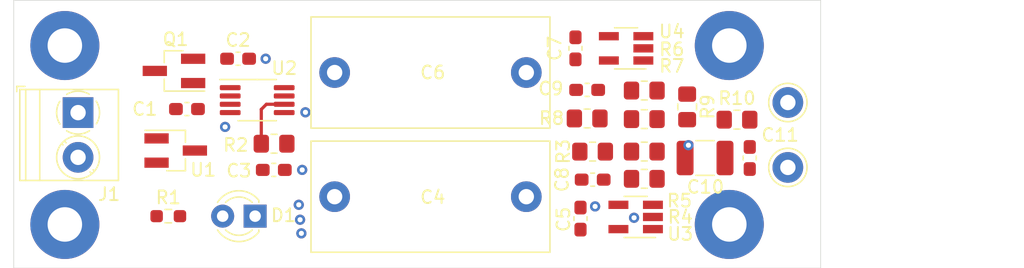
<source format=kicad_pcb>
(kicad_pcb (version 20171130) (host pcbnew "(5.1.10)-1")

  (general
    (thickness 1.6)
    (drawings 5)
    (tracks 13)
    (zones 0)
    (modules 34)
    (nets 16)
  )

  (page A4)
  (layers
    (0 F.Cu signal)
    (31 B.Cu signal)
    (32 B.Adhes user)
    (33 F.Adhes user)
    (34 B.Paste user)
    (35 F.Paste user)
    (36 B.SilkS user)
    (37 F.SilkS user)
    (38 B.Mask user)
    (39 F.Mask user)
    (40 Dwgs.User user)
    (41 Cmts.User user)
    (42 Eco1.User user)
    (43 Eco2.User user)
    (44 Edge.Cuts user)
    (45 Margin user)
    (46 B.CrtYd user)
    (47 F.CrtYd user)
    (48 B.Fab user)
    (49 F.Fab user hide)
  )

  (setup
    (last_trace_width 0.6)
    (user_trace_width 0.6)
    (trace_clearance 0.2)
    (zone_clearance 0.508)
    (zone_45_only no)
    (trace_min 0.2)
    (via_size 0.8)
    (via_drill 0.4)
    (via_min_size 0.4)
    (via_min_drill 0.3)
    (uvia_size 0.3)
    (uvia_drill 0.1)
    (uvias_allowed no)
    (uvia_min_size 0.2)
    (uvia_min_drill 0.1)
    (edge_width 0.05)
    (segment_width 0.2)
    (pcb_text_width 0.3)
    (pcb_text_size 1.5 1.5)
    (mod_edge_width 0.12)
    (mod_text_size 1 1)
    (mod_text_width 0.15)
    (pad_size 1.524 1.524)
    (pad_drill 0.762)
    (pad_to_mask_clearance 0)
    (aux_axis_origin 0 0)
    (visible_elements 7FFFFFFF)
    (pcbplotparams
      (layerselection 0x010fc_ffffffff)
      (usegerberextensions false)
      (usegerberattributes true)
      (usegerberadvancedattributes true)
      (creategerberjobfile true)
      (excludeedgelayer true)
      (linewidth 0.100000)
      (plotframeref false)
      (viasonmask false)
      (mode 1)
      (useauxorigin false)
      (hpglpennumber 1)
      (hpglpenspeed 20)
      (hpglpendiameter 15.000000)
      (psnegative false)
      (psa4output false)
      (plotreference true)
      (plotvalue true)
      (plotinvisibletext false)
      (padsonsilk false)
      (subtractmaskfromsilk false)
      (outputformat 1)
      (mirror false)
      (drillshape 1)
      (scaleselection 1)
      (outputdirectory ""))
  )

  (net 0 "")
  (net 1 GND)
  (net 2 VCC)
  (net 3 "Net-(C3-Pad1)")
  (net 4 "Net-(C4-Pad1)")
  (net 5 "Net-(C8-Pad2)")
  (net 6 "Net-(C8-Pad1)")
  (net 7 "Net-(C9-Pad2)")
  (net 8 "Net-(C9-Pad1)")
  (net 9 "Net-(C10-Pad1)")
  (net 10 "Net-(C11-Pad1)")
  (net 11 "Net-(D1-Pad2)")
  (net 12 "Net-(J1-Pad1)")
  (net 13 "Net-(R1-Pad2)")
  (net 14 "Net-(R4-Pad1)")
  (net 15 "Net-(R6-Pad1)")

  (net_class Default "This is the default net class."
    (clearance 0.2)
    (trace_width 0.25)
    (via_dia 0.8)
    (via_drill 0.4)
    (uvia_dia 0.3)
    (uvia_drill 0.1)
    (add_net GND)
    (add_net "Net-(C10-Pad1)")
    (add_net "Net-(C11-Pad1)")
    (add_net "Net-(C3-Pad1)")
    (add_net "Net-(C4-Pad1)")
    (add_net "Net-(C8-Pad1)")
    (add_net "Net-(C8-Pad2)")
    (add_net "Net-(C9-Pad1)")
    (add_net "Net-(C9-Pad2)")
    (add_net "Net-(D1-Pad2)")
    (add_net "Net-(J1-Pad1)")
    (add_net "Net-(R1-Pad2)")
    (add_net "Net-(R4-Pad1)")
    (add_net "Net-(R6-Pad1)")
    (add_net VCC)
  )

  (module Capacitor_SMD:C_1210_3225Metric_Pad1.33x2.70mm_HandSolder (layer F.Cu) (tedit 5F68FEEF) (tstamp 61008743)
    (at 175.1 136.8 180)
    (descr "Capacitor SMD 1210 (3225 Metric), square (rectangular) end terminal, IPC_7351 nominal with elongated pad for handsoldering. (Body size source: IPC-SM-782 page 76, https://www.pcb-3d.com/wordpress/wp-content/uploads/ipc-sm-782a_amendment_1_and_2.pdf), generated with kicad-footprint-generator")
    (tags "capacitor handsolder")
    (path /61014750)
    (attr smd)
    (fp_text reference C10 (at -0.033 -2.265) (layer F.SilkS)
      (effects (font (size 1 1) (thickness 0.15)))
    )
    (fp_text value 47u (at 0 2.3) (layer F.Fab)
      (effects (font (size 1 1) (thickness 0.15)))
    )
    (fp_line (start -1.6 1.25) (end -1.6 -1.25) (layer F.Fab) (width 0.1))
    (fp_line (start -1.6 -1.25) (end 1.6 -1.25) (layer F.Fab) (width 0.1))
    (fp_line (start 1.6 -1.25) (end 1.6 1.25) (layer F.Fab) (width 0.1))
    (fp_line (start 1.6 1.25) (end -1.6 1.25) (layer F.Fab) (width 0.1))
    (fp_line (start -0.711252 -1.36) (end 0.711252 -1.36) (layer F.SilkS) (width 0.12))
    (fp_line (start -0.711252 1.36) (end 0.711252 1.36) (layer F.SilkS) (width 0.12))
    (fp_line (start -2.48 1.6) (end -2.48 -1.6) (layer F.CrtYd) (width 0.05))
    (fp_line (start -2.48 -1.6) (end 2.48 -1.6) (layer F.CrtYd) (width 0.05))
    (fp_line (start 2.48 -1.6) (end 2.48 1.6) (layer F.CrtYd) (width 0.05))
    (fp_line (start 2.48 1.6) (end -2.48 1.6) (layer F.CrtYd) (width 0.05))
    (fp_text user %R (at 0 0) (layer F.Fab)
      (effects (font (size 0.8 0.8) (thickness 0.12)))
    )
    (pad 2 smd roundrect (at 1.5625 0 180) (size 1.325 2.7) (layers F.Cu F.Paste F.Mask) (roundrect_rratio 0.188679)
      (net 1 GND))
    (pad 1 smd roundrect (at -1.5625 0 180) (size 1.325 2.7) (layers F.Cu F.Paste F.Mask) (roundrect_rratio 0.188679)
      (net 9 "Net-(C10-Pad1)"))
    (model ${KISYS3DMOD}/Capacitor_SMD.3dshapes/C_1210_3225Metric.wrl
      (at (xyz 0 0 0))
      (scale (xyz 1 1 1))
      (rotate (xyz 0 0 0))
    )
  )

  (module MountingHole:MountingHole_2.7mm_M2.5_Pad (layer F.Cu) (tedit 56D1B4CB) (tstamp 61008725)
    (at 177 142)
    (descr "Mounting Hole 2.7mm, M2.5")
    (tags "mounting hole 2.7mm m2.5")
    (path /61178487)
    (attr virtual)
    (fp_text reference H4 (at 0 -3.7) (layer F.SilkS) hide
      (effects (font (size 1 1) (thickness 0.15)))
    )
    (fp_text value MountingHole (at 0 3.7) (layer F.Fab) hide
      (effects (font (size 1 1) (thickness 0.15)))
    )
    (fp_circle (center 0 0) (end 2.7 0) (layer Cmts.User) (width 0.15))
    (fp_circle (center 0 0) (end 2.95 0) (layer F.CrtYd) (width 0.05))
    (fp_text user %R (at 0.3 0) (layer F.Fab) hide
      (effects (font (size 1 1) (thickness 0.15)))
    )
    (pad 1 thru_hole circle (at 0 0) (size 5.4 5.4) (drill 2.7) (layers *.Cu *.Mask))
  )

  (module MountingHole:MountingHole_2.7mm_M2.5_Pad (layer F.Cu) (tedit 56D1B4CB) (tstamp 6100825D)
    (at 177 128)
    (descr "Mounting Hole 2.7mm, M2.5")
    (tags "mounting hole 2.7mm m2.5")
    (path /6117829B)
    (attr virtual)
    (fp_text reference H3 (at 0 -3.7) (layer F.SilkS) hide
      (effects (font (size 1 1) (thickness 0.15)))
    )
    (fp_text value MountingHole (at 0 3.7) (layer F.Fab) hide
      (effects (font (size 1 1) (thickness 0.15)))
    )
    (fp_circle (center 0 0) (end 2.7 0) (layer Cmts.User) (width 0.15))
    (fp_circle (center 0 0) (end 2.95 0) (layer F.CrtYd) (width 0.05))
    (fp_text user %R (at 0.3 0) (layer F.Fab) hide
      (effects (font (size 1 1) (thickness 0.15)))
    )
    (pad 1 thru_hole circle (at 0 0) (size 5.4 5.4) (drill 2.7) (layers *.Cu *.Mask))
  )

  (module MountingHole:MountingHole_2.7mm_M2.5_Pad (layer F.Cu) (tedit 56D1B4CB) (tstamp 61008248)
    (at 125 142)
    (descr "Mounting Hole 2.7mm, M2.5")
    (tags "mounting hole 2.7mm m2.5")
    (path /611780CC)
    (attr virtual)
    (fp_text reference H2 (at 0 -3.7) (layer F.SilkS) hide
      (effects (font (size 1 1) (thickness 0.15)))
    )
    (fp_text value MountingHole (at 0 3.7) (layer F.Fab) hide
      (effects (font (size 1 1) (thickness 0.15)))
    )
    (fp_circle (center 0 0) (end 2.7 0) (layer Cmts.User) (width 0.15))
    (fp_circle (center 0 0) (end 2.95 0) (layer F.CrtYd) (width 0.05))
    (fp_text user %R (at 0.3 0) (layer F.Fab) hide
      (effects (font (size 1 1) (thickness 0.15)))
    )
    (pad 1 thru_hole circle (at 0 0) (size 5.4 5.4) (drill 2.7) (layers *.Cu *.Mask))
  )

  (module MountingHole:MountingHole_2.7mm_M2.5_Pad (layer F.Cu) (tedit 56D1B4CB) (tstamp 61008233)
    (at 125 128)
    (descr "Mounting Hole 2.7mm, M2.5")
    (tags "mounting hole 2.7mm m2.5")
    (path /611771E5)
    (attr virtual)
    (fp_text reference H1 (at 0 -3.7) (layer F.SilkS) hide
      (effects (font (size 1 1) (thickness 0.15)))
    )
    (fp_text value MountingHole (at 0 3.7) (layer F.Fab) hide
      (effects (font (size 1 1) (thickness 0.15)))
    )
    (fp_circle (center 0 0) (end 2.7 0) (layer Cmts.User) (width 0.15))
    (fp_circle (center 0 0) (end 2.95 0) (layer F.CrtYd) (width 0.05))
    (fp_text user %R (at 0.3 0) (layer F.Fab) hide
      (effects (font (size 1 1) (thickness 0.15)))
    )
    (pad 1 thru_hole circle (at 0 0) (size 5.4 5.4) (drill 2.7) (layers *.Cu *.Mask))
  )

  (module Package_TO_SOT_SMD:SOT-23_Handsoldering (layer F.Cu) (tedit 5A0AB76C) (tstamp 61008F47)
    (at 133.5405 129.9845 180)
    (descr "SOT-23, Handsoldering")
    (tags SOT-23)
    (path /6104600C)
    (attr smd)
    (fp_text reference Q1 (at -0.1284 2.474) (layer F.SilkS)
      (effects (font (size 1 1) (thickness 0.15)))
    )
    (fp_text value IRLML6401 (at -1.0668 -2.7432) (layer F.Fab)
      (effects (font (size 1 1) (thickness 0.15)))
    )
    (fp_line (start 0.76 1.58) (end 0.76 0.65) (layer F.SilkS) (width 0.12))
    (fp_line (start 0.76 -1.58) (end 0.76 -0.65) (layer F.SilkS) (width 0.12))
    (fp_line (start -2.7 -1.75) (end 2.7 -1.75) (layer F.CrtYd) (width 0.05))
    (fp_line (start 2.7 -1.75) (end 2.7 1.75) (layer F.CrtYd) (width 0.05))
    (fp_line (start 2.7 1.75) (end -2.7 1.75) (layer F.CrtYd) (width 0.05))
    (fp_line (start -2.7 1.75) (end -2.7 -1.75) (layer F.CrtYd) (width 0.05))
    (fp_line (start 0.76 -1.58) (end -2.4 -1.58) (layer F.SilkS) (width 0.12))
    (fp_line (start -0.7 -0.95) (end -0.7 1.5) (layer F.Fab) (width 0.1))
    (fp_line (start -0.15 -1.52) (end 0.7 -1.52) (layer F.Fab) (width 0.1))
    (fp_line (start -0.7 -0.95) (end -0.15 -1.52) (layer F.Fab) (width 0.1))
    (fp_line (start 0.7 -1.52) (end 0.7 1.52) (layer F.Fab) (width 0.1))
    (fp_line (start -0.7 1.52) (end 0.7 1.52) (layer F.Fab) (width 0.1))
    (fp_line (start 0.76 1.58) (end -0.7 1.58) (layer F.SilkS) (width 0.12))
    (fp_text user %R (at 0 0 90) (layer F.Fab)
      (effects (font (size 0.5 0.5) (thickness 0.075)))
    )
    (pad 3 smd rect (at 1.5 0 180) (size 1.9 0.8) (layers F.Cu F.Paste F.Mask)
      (net 12 "Net-(J1-Pad1)"))
    (pad 2 smd rect (at -1.5 0.95 180) (size 1.9 0.8) (layers F.Cu F.Paste F.Mask)
      (net 2 VCC))
    (pad 1 smd rect (at -1.5 -0.95 180) (size 1.9 0.8) (layers F.Cu F.Paste F.Mask)
      (net 1 GND))
    (model ${KISYS3DMOD}/Package_TO_SOT_SMD.3dshapes/SOT-23.wrl
      (at (xyz 0 0 0))
      (scale (xyz 1 1 1))
      (rotate (xyz 0 0 0))
    )
  )

  (module Package_TO_SOT_SMD:SOT-23-5_HandSoldering (layer F.Cu) (tedit 5A0AB76C) (tstamp 610081C8)
    (at 168.9228 128.2192 180)
    (descr "5-pin SOT23 package")
    (tags "SOT-23-5 hand-soldering")
    (path /60FEDC03)
    (attr smd)
    (fp_text reference U4 (at -3.5772 1.3192) (layer F.SilkS)
      (effects (font (size 1 1) (thickness 0.15)))
    )
    (fp_text value OPA365 (at 0 2.9) (layer F.Fab)
      (effects (font (size 1 1) (thickness 0.15)))
    )
    (fp_line (start -0.9 1.61) (end 0.9 1.61) (layer F.SilkS) (width 0.12))
    (fp_line (start 0.9 -1.61) (end -1.55 -1.61) (layer F.SilkS) (width 0.12))
    (fp_line (start -0.9 -0.9) (end -0.25 -1.55) (layer F.Fab) (width 0.1))
    (fp_line (start 0.9 -1.55) (end -0.25 -1.55) (layer F.Fab) (width 0.1))
    (fp_line (start -0.9 -0.9) (end -0.9 1.55) (layer F.Fab) (width 0.1))
    (fp_line (start 0.9 1.55) (end -0.9 1.55) (layer F.Fab) (width 0.1))
    (fp_line (start 0.9 -1.55) (end 0.9 1.55) (layer F.Fab) (width 0.1))
    (fp_line (start -2.38 -1.8) (end 2.38 -1.8) (layer F.CrtYd) (width 0.05))
    (fp_line (start -2.38 -1.8) (end -2.38 1.8) (layer F.CrtYd) (width 0.05))
    (fp_line (start 2.38 1.8) (end 2.38 -1.8) (layer F.CrtYd) (width 0.05))
    (fp_line (start 2.38 1.8) (end -2.38 1.8) (layer F.CrtYd) (width 0.05))
    (fp_text user %R (at 0 0 90) (layer F.Fab)
      (effects (font (size 0.5 0.5) (thickness 0.075)))
    )
    (pad 5 smd rect (at 1.35 -0.95 180) (size 1.56 0.65) (layers F.Cu F.Paste F.Mask)
      (net 2 VCC))
    (pad 4 smd rect (at 1.35 0.95 180) (size 1.56 0.65) (layers F.Cu F.Paste F.Mask)
      (net 15 "Net-(R6-Pad1)"))
    (pad 3 smd rect (at -1.35 0.95 180) (size 1.56 0.65) (layers F.Cu F.Paste F.Mask)
      (net 14 "Net-(R4-Pad1)"))
    (pad 2 smd rect (at -1.35 0 180) (size 1.56 0.65) (layers F.Cu F.Paste F.Mask)
      (net 1 GND))
    (pad 1 smd rect (at -1.35 -0.95 180) (size 1.56 0.65) (layers F.Cu F.Paste F.Mask)
      (net 7 "Net-(C9-Pad2)"))
    (model ${KISYS3DMOD}/Package_TO_SOT_SMD.3dshapes/SOT-23-5.wrl
      (at (xyz 0 0 0))
      (scale (xyz 1 1 1))
      (rotate (xyz 0 0 0))
    )
  )

  (module Package_TO_SOT_SMD:SOT-23-5_HandSoldering (layer F.Cu) (tedit 5A0AB76C) (tstamp 6100AAD5)
    (at 169.672 141.4145 180)
    (descr "5-pin SOT23 package")
    (tags "SOT-23-5 hand-soldering")
    (path /60FED1EC)
    (attr smd)
    (fp_text reference U3 (at -3.4925 -1.3335) (layer F.SilkS)
      (effects (font (size 1 1) (thickness 0.15)))
    )
    (fp_text value LTC2054 (at 0 2.9) (layer F.Fab)
      (effects (font (size 1 1) (thickness 0.15)))
    )
    (fp_line (start -0.9 1.61) (end 0.9 1.61) (layer F.SilkS) (width 0.12))
    (fp_line (start 0.9 -1.61) (end -1.55 -1.61) (layer F.SilkS) (width 0.12))
    (fp_line (start -0.9 -0.9) (end -0.25 -1.55) (layer F.Fab) (width 0.1))
    (fp_line (start 0.9 -1.55) (end -0.25 -1.55) (layer F.Fab) (width 0.1))
    (fp_line (start -0.9 -0.9) (end -0.9 1.55) (layer F.Fab) (width 0.1))
    (fp_line (start 0.9 1.55) (end -0.9 1.55) (layer F.Fab) (width 0.1))
    (fp_line (start 0.9 -1.55) (end 0.9 1.55) (layer F.Fab) (width 0.1))
    (fp_line (start -2.38 -1.8) (end 2.38 -1.8) (layer F.CrtYd) (width 0.05))
    (fp_line (start -2.38 -1.8) (end -2.38 1.8) (layer F.CrtYd) (width 0.05))
    (fp_line (start 2.38 1.8) (end 2.38 -1.8) (layer F.CrtYd) (width 0.05))
    (fp_line (start 2.38 1.8) (end -2.38 1.8) (layer F.CrtYd) (width 0.05))
    (fp_text user %R (at 0 0 90) (layer F.Fab)
      (effects (font (size 0.5 0.5) (thickness 0.075)))
    )
    (pad 5 smd rect (at 1.35 -0.95 180) (size 1.56 0.65) (layers F.Cu F.Paste F.Mask)
      (net 2 VCC))
    (pad 4 smd rect (at 1.35 0.95 180) (size 1.56 0.65) (layers F.Cu F.Paste F.Mask)
      (net 6 "Net-(C8-Pad1)"))
    (pad 3 smd rect (at -1.35 0.95 180) (size 1.56 0.65) (layers F.Cu F.Paste F.Mask)
      (net 4 "Net-(C4-Pad1)"))
    (pad 2 smd rect (at -1.35 0 180) (size 1.56 0.65) (layers F.Cu F.Paste F.Mask)
      (net 1 GND))
    (pad 1 smd rect (at -1.35 -0.95 180) (size 1.56 0.65) (layers F.Cu F.Paste F.Mask)
      (net 5 "Net-(C8-Pad2)"))
    (model ${KISYS3DMOD}/Package_TO_SOT_SMD.3dshapes/SOT-23-5.wrl
      (at (xyz 0 0 0))
      (scale (xyz 1 1 1))
      (rotate (xyz 0 0 0))
    )
  )

  (module Package_SO:MSOP-8_3x3mm_P0.65mm (layer F.Cu) (tedit 5E509FDD) (tstamp 61009F34)
    (at 140.0525 132.2705)
    (descr "MSOP, 8 Pin (https://www.jedec.org/system/files/docs/mo-187F.pdf variant AA), generated with kicad-footprint-generator ipc_gullwing_generator.py")
    (tags "MSOP SO")
    (path /61122B4E)
    (attr smd)
    (fp_text reference U2 (at 2.124 -2.4979) (layer F.SilkS)
      (effects (font (size 1 1) (thickness 0.15)))
    )
    (fp_text value LTC6655CHMS8-2.048 (at 0 2.45) (layer F.Fab)
      (effects (font (size 1 1) (thickness 0.15)))
    )
    (fp_line (start 0 1.61) (end 1.5 1.61) (layer F.SilkS) (width 0.12))
    (fp_line (start 0 1.61) (end -1.5 1.61) (layer F.SilkS) (width 0.12))
    (fp_line (start 0 -1.61) (end 1.5 -1.61) (layer F.SilkS) (width 0.12))
    (fp_line (start 0 -1.61) (end -2.925 -1.61) (layer F.SilkS) (width 0.12))
    (fp_line (start -0.75 -1.5) (end 1.5 -1.5) (layer F.Fab) (width 0.1))
    (fp_line (start 1.5 -1.5) (end 1.5 1.5) (layer F.Fab) (width 0.1))
    (fp_line (start 1.5 1.5) (end -1.5 1.5) (layer F.Fab) (width 0.1))
    (fp_line (start -1.5 1.5) (end -1.5 -0.75) (layer F.Fab) (width 0.1))
    (fp_line (start -1.5 -0.75) (end -0.75 -1.5) (layer F.Fab) (width 0.1))
    (fp_line (start -3.18 -1.75) (end -3.18 1.75) (layer F.CrtYd) (width 0.05))
    (fp_line (start -3.18 1.75) (end 3.18 1.75) (layer F.CrtYd) (width 0.05))
    (fp_line (start 3.18 1.75) (end 3.18 -1.75) (layer F.CrtYd) (width 0.05))
    (fp_line (start 3.18 -1.75) (end -3.18 -1.75) (layer F.CrtYd) (width 0.05))
    (fp_text user %R (at 0 0) (layer F.Fab)
      (effects (font (size 0.75 0.75) (thickness 0.11)))
    )
    (pad 8 smd roundrect (at 2.1125 -0.975) (size 1.625 0.4) (layers F.Cu F.Paste F.Mask) (roundrect_rratio 0.25)
      (net 1 GND))
    (pad 7 smd roundrect (at 2.1125 -0.325) (size 1.625 0.4) (layers F.Cu F.Paste F.Mask) (roundrect_rratio 0.25)
      (net 3 "Net-(C3-Pad1)"))
    (pad 6 smd roundrect (at 2.1125 0.325) (size 1.625 0.4) (layers F.Cu F.Paste F.Mask) (roundrect_rratio 0.25)
      (net 3 "Net-(C3-Pad1)"))
    (pad 5 smd roundrect (at 2.1125 0.975) (size 1.625 0.4) (layers F.Cu F.Paste F.Mask) (roundrect_rratio 0.25)
      (net 1 GND))
    (pad 4 smd roundrect (at -2.1125 0.975) (size 1.625 0.4) (layers F.Cu F.Paste F.Mask) (roundrect_rratio 0.25)
      (net 1 GND))
    (pad 3 smd roundrect (at -2.1125 0.325) (size 1.625 0.4) (layers F.Cu F.Paste F.Mask) (roundrect_rratio 0.25)
      (net 1 GND))
    (pad 2 smd roundrect (at -2.1125 -0.325) (size 1.625 0.4) (layers F.Cu F.Paste F.Mask) (roundrect_rratio 0.25)
      (net 2 VCC))
    (pad 1 smd roundrect (at -2.1125 -0.975) (size 1.625 0.4) (layers F.Cu F.Paste F.Mask) (roundrect_rratio 0.25)
      (net 2 VCC))
    (model ${KISYS3DMOD}/Package_SO.3dshapes/MSOP-8_3x3mm_P0.65mm.wrl
      (at (xyz 0 0 0))
      (scale (xyz 1 1 1))
      (rotate (xyz 0 0 0))
    )
  )

  (module Package_TO_SOT_SMD:SOT-23_Handsoldering (layer F.Cu) (tedit 5A0AB76C) (tstamp 61008105)
    (at 133.6771 136.2162)
    (descr "SOT-23, Handsoldering")
    (tags SOT-23)
    (path /60FFA942)
    (attr smd)
    (fp_text reference U1 (at 2.1494 1.5153) (layer F.SilkS)
      (effects (font (size 1 1) (thickness 0.15)))
    )
    (fp_text value TPS3809K33 (at 0 2.5) (layer F.Fab)
      (effects (font (size 1 1) (thickness 0.15)))
    )
    (fp_line (start 0.76 1.58) (end 0.76 0.65) (layer F.SilkS) (width 0.12))
    (fp_line (start 0.76 -1.58) (end 0.76 -0.65) (layer F.SilkS) (width 0.12))
    (fp_line (start -2.7 -1.75) (end 2.7 -1.75) (layer F.CrtYd) (width 0.05))
    (fp_line (start 2.7 -1.75) (end 2.7 1.75) (layer F.CrtYd) (width 0.05))
    (fp_line (start 2.7 1.75) (end -2.7 1.75) (layer F.CrtYd) (width 0.05))
    (fp_line (start -2.7 1.75) (end -2.7 -1.75) (layer F.CrtYd) (width 0.05))
    (fp_line (start 0.76 -1.58) (end -2.4 -1.58) (layer F.SilkS) (width 0.12))
    (fp_line (start -0.7 -0.95) (end -0.7 1.5) (layer F.Fab) (width 0.1))
    (fp_line (start -0.15 -1.52) (end 0.7 -1.52) (layer F.Fab) (width 0.1))
    (fp_line (start -0.7 -0.95) (end -0.15 -1.52) (layer F.Fab) (width 0.1))
    (fp_line (start 0.7 -1.52) (end 0.7 1.52) (layer F.Fab) (width 0.1))
    (fp_line (start -0.7 1.52) (end 0.7 1.52) (layer F.Fab) (width 0.1))
    (fp_line (start 0.76 1.58) (end -0.7 1.58) (layer F.SilkS) (width 0.12))
    (fp_text user %R (at 0 0 90) (layer F.Fab)
      (effects (font (size 0.5 0.5) (thickness 0.075)))
    )
    (pad 3 smd rect (at 1.5 0) (size 1.9 0.8) (layers F.Cu F.Paste F.Mask)
      (net 2 VCC))
    (pad 2 smd rect (at -1.5 0.95) (size 1.9 0.8) (layers F.Cu F.Paste F.Mask)
      (net 13 "Net-(R1-Pad2)"))
    (pad 1 smd rect (at -1.5 -0.95) (size 1.9 0.8) (layers F.Cu F.Paste F.Mask)
      (net 1 GND))
    (model ${KISYS3DMOD}/Package_TO_SOT_SMD.3dshapes/SOT-23.wrl
      (at (xyz 0 0 0))
      (scale (xyz 1 1 1))
      (rotate (xyz 0 0 0))
    )
  )

  (module Resistor_SMD:R_0805_2012Metric_Pad1.20x1.40mm_HandSolder (layer F.Cu) (tedit 5F68FEEE) (tstamp 6100830B)
    (at 177.6 133.8 180)
    (descr "Resistor SMD 0805 (2012 Metric), square (rectangular) end terminal, IPC_7351 nominal with elongated pad for handsoldering. (Body size source: IPC-SM-782 page 72, https://www.pcb-3d.com/wordpress/wp-content/uploads/ipc-sm-782a_amendment_1_and_2.pdf), generated with kicad-footprint-generator")
    (tags "resistor handsolder")
    (path /61084B7F)
    (attr smd)
    (fp_text reference R10 (at 0 1.6764) (layer F.SilkS)
      (effects (font (size 1 1) (thickness 0.15)))
    )
    (fp_text value 1k (at 0 1.65) (layer F.Fab)
      (effects (font (size 1 1) (thickness 0.15)))
    )
    (fp_line (start -1 0.625) (end -1 -0.625) (layer F.Fab) (width 0.1))
    (fp_line (start -1 -0.625) (end 1 -0.625) (layer F.Fab) (width 0.1))
    (fp_line (start 1 -0.625) (end 1 0.625) (layer F.Fab) (width 0.1))
    (fp_line (start 1 0.625) (end -1 0.625) (layer F.Fab) (width 0.1))
    (fp_line (start -0.227064 -0.735) (end 0.227064 -0.735) (layer F.SilkS) (width 0.12))
    (fp_line (start -0.227064 0.735) (end 0.227064 0.735) (layer F.SilkS) (width 0.12))
    (fp_line (start -1.85 0.95) (end -1.85 -0.95) (layer F.CrtYd) (width 0.05))
    (fp_line (start -1.85 -0.95) (end 1.85 -0.95) (layer F.CrtYd) (width 0.05))
    (fp_line (start 1.85 -0.95) (end 1.85 0.95) (layer F.CrtYd) (width 0.05))
    (fp_line (start 1.85 0.95) (end -1.85 0.95) (layer F.CrtYd) (width 0.05))
    (fp_text user %R (at 0 0) (layer F.Fab)
      (effects (font (size 0.5 0.5) (thickness 0.08)))
    )
    (pad 2 smd roundrect (at 1 0 180) (size 1.2 1.4) (layers F.Cu F.Paste F.Mask) (roundrect_rratio 0.208333)
      (net 9 "Net-(C10-Pad1)"))
    (pad 1 smd roundrect (at -1 0 180) (size 1.2 1.4) (layers F.Cu F.Paste F.Mask) (roundrect_rratio 0.208333)
      (net 10 "Net-(C11-Pad1)"))
    (model ${KISYS3DMOD}/Resistor_SMD.3dshapes/R_0805_2012Metric.wrl
      (at (xyz 0 0 0))
      (scale (xyz 1 1 1))
      (rotate (xyz 0 0 0))
    )
  )

  (module Resistor_SMD:R_0805_2012Metric_Pad1.20x1.40mm_HandSolder (layer F.Cu) (tedit 5F68FEEE) (tstamp 6100D7A8)
    (at 173.7 132.8 90)
    (descr "Resistor SMD 0805 (2012 Metric), square (rectangular) end terminal, IPC_7351 nominal with elongated pad for handsoldering. (Body size source: IPC-SM-782 page 72, https://www.pcb-3d.com/wordpress/wp-content/uploads/ipc-sm-782a_amendment_1_and_2.pdf), generated with kicad-footprint-generator")
    (tags "resistor handsolder")
    (path /61011A72)
    (attr smd)
    (fp_text reference R9 (at 0 1.6 90) (layer F.SilkS)
      (effects (font (size 1 1) (thickness 0.15)))
    )
    (fp_text value 2 (at 0 1.65 90) (layer F.Fab)
      (effects (font (size 1 1) (thickness 0.15)))
    )
    (fp_line (start -1 0.625) (end -1 -0.625) (layer F.Fab) (width 0.1))
    (fp_line (start -1 -0.625) (end 1 -0.625) (layer F.Fab) (width 0.1))
    (fp_line (start 1 -0.625) (end 1 0.625) (layer F.Fab) (width 0.1))
    (fp_line (start 1 0.625) (end -1 0.625) (layer F.Fab) (width 0.1))
    (fp_line (start -0.227064 -0.735) (end 0.227064 -0.735) (layer F.SilkS) (width 0.12))
    (fp_line (start -0.227064 0.735) (end 0.227064 0.735) (layer F.SilkS) (width 0.12))
    (fp_line (start -1.85 0.95) (end -1.85 -0.95) (layer F.CrtYd) (width 0.05))
    (fp_line (start -1.85 -0.95) (end 1.85 -0.95) (layer F.CrtYd) (width 0.05))
    (fp_line (start 1.85 -0.95) (end 1.85 0.95) (layer F.CrtYd) (width 0.05))
    (fp_line (start 1.85 0.95) (end -1.85 0.95) (layer F.CrtYd) (width 0.05))
    (fp_text user %R (at 0 0 90) (layer F.Fab)
      (effects (font (size 0.5 0.5) (thickness 0.08)))
    )
    (pad 2 smd roundrect (at 1 0 90) (size 1.2 1.4) (layers F.Cu F.Paste F.Mask) (roundrect_rratio 0.208333)
      (net 7 "Net-(C9-Pad2)"))
    (pad 1 smd roundrect (at -1 0 90) (size 1.2 1.4) (layers F.Cu F.Paste F.Mask) (roundrect_rratio 0.208333)
      (net 9 "Net-(C10-Pad1)"))
    (model ${KISYS3DMOD}/Resistor_SMD.3dshapes/R_0805_2012Metric.wrl
      (at (xyz 0 0 0))
      (scale (xyz 1 1 1))
      (rotate (xyz 0 0 0))
    )
  )

  (module Resistor_SMD:R_0805_2012Metric_Pad1.20x1.40mm_HandSolder (layer F.Cu) (tedit 5F68FEEE) (tstamp 610082AB)
    (at 165.8748 133.7056 180)
    (descr "Resistor SMD 0805 (2012 Metric), square (rectangular) end terminal, IPC_7351 nominal with elongated pad for handsoldering. (Body size source: IPC-SM-782 page 72, https://www.pcb-3d.com/wordpress/wp-content/uploads/ipc-sm-782a_amendment_1_and_2.pdf), generated with kicad-footprint-generator")
    (tags "resistor handsolder")
    (path /610203D9)
    (attr smd)
    (fp_text reference R8 (at 2.7844 0.0167) (layer F.SilkS)
      (effects (font (size 1 1) (thickness 0.15)))
    )
    (fp_text value 5.62k (at 0 1.65) (layer F.Fab)
      (effects (font (size 1 1) (thickness 0.15)))
    )
    (fp_line (start -1 0.625) (end -1 -0.625) (layer F.Fab) (width 0.1))
    (fp_line (start -1 -0.625) (end 1 -0.625) (layer F.Fab) (width 0.1))
    (fp_line (start 1 -0.625) (end 1 0.625) (layer F.Fab) (width 0.1))
    (fp_line (start 1 0.625) (end -1 0.625) (layer F.Fab) (width 0.1))
    (fp_line (start -0.227064 -0.735) (end 0.227064 -0.735) (layer F.SilkS) (width 0.12))
    (fp_line (start -0.227064 0.735) (end 0.227064 0.735) (layer F.SilkS) (width 0.12))
    (fp_line (start -1.85 0.95) (end -1.85 -0.95) (layer F.CrtYd) (width 0.05))
    (fp_line (start -1.85 -0.95) (end 1.85 -0.95) (layer F.CrtYd) (width 0.05))
    (fp_line (start 1.85 -0.95) (end 1.85 0.95) (layer F.CrtYd) (width 0.05))
    (fp_line (start 1.85 0.95) (end -1.85 0.95) (layer F.CrtYd) (width 0.05))
    (fp_text user %R (at 0 0) (layer F.Fab)
      (effects (font (size 0.5 0.5) (thickness 0.08)))
    )
    (pad 2 smd roundrect (at 1 0 180) (size 1.2 1.4) (layers F.Cu F.Paste F.Mask) (roundrect_rratio 0.208333)
      (net 8 "Net-(C9-Pad1)"))
    (pad 1 smd roundrect (at -1 0 180) (size 1.2 1.4) (layers F.Cu F.Paste F.Mask) (roundrect_rratio 0.208333)
      (net 15 "Net-(R6-Pad1)"))
    (model ${KISYS3DMOD}/Resistor_SMD.3dshapes/R_0805_2012Metric.wrl
      (at (xyz 0 0 0))
      (scale (xyz 1 1 1))
      (rotate (xyz 0 0 0))
    )
  )

  (module Resistor_SMD:R_0805_2012Metric_Pad1.20x1.40mm_HandSolder (layer F.Cu) (tedit 5F68FEEE) (tstamp 6100827B)
    (at 170.3452 133.7564)
    (descr "Resistor SMD 0805 (2012 Metric), square (rectangular) end terminal, IPC_7351 nominal with elongated pad for handsoldering. (Body size source: IPC-SM-782 page 72, https://www.pcb-3d.com/wordpress/wp-content/uploads/ipc-sm-782a_amendment_1_and_2.pdf), generated with kicad-footprint-generator")
    (tags "resistor handsolder")
    (path /610123D5)
    (attr smd)
    (fp_text reference R7 (at 2.1548 -4.1564) (layer F.SilkS)
      (effects (font (size 1 1) (thickness 0.15)))
    )
    (fp_text value 1.5k (at 0 1.65) (layer F.Fab)
      (effects (font (size 1 1) (thickness 0.15)))
    )
    (fp_line (start -1 0.625) (end -1 -0.625) (layer F.Fab) (width 0.1))
    (fp_line (start -1 -0.625) (end 1 -0.625) (layer F.Fab) (width 0.1))
    (fp_line (start 1 -0.625) (end 1 0.625) (layer F.Fab) (width 0.1))
    (fp_line (start 1 0.625) (end -1 0.625) (layer F.Fab) (width 0.1))
    (fp_line (start -0.227064 -0.735) (end 0.227064 -0.735) (layer F.SilkS) (width 0.12))
    (fp_line (start -0.227064 0.735) (end 0.227064 0.735) (layer F.SilkS) (width 0.12))
    (fp_line (start -1.85 0.95) (end -1.85 -0.95) (layer F.CrtYd) (width 0.05))
    (fp_line (start -1.85 -0.95) (end 1.85 -0.95) (layer F.CrtYd) (width 0.05))
    (fp_line (start 1.85 -0.95) (end 1.85 0.95) (layer F.CrtYd) (width 0.05))
    (fp_line (start 1.85 0.95) (end -1.85 0.95) (layer F.CrtYd) (width 0.05))
    (fp_text user %R (at 0 0) (layer F.Fab)
      (effects (font (size 0.5 0.5) (thickness 0.08)))
    )
    (pad 2 smd roundrect (at 1 0) (size 1.2 1.4) (layers F.Cu F.Paste F.Mask) (roundrect_rratio 0.208333)
      (net 9 "Net-(C10-Pad1)"))
    (pad 1 smd roundrect (at -1 0) (size 1.2 1.4) (layers F.Cu F.Paste F.Mask) (roundrect_rratio 0.208333)
      (net 15 "Net-(R6-Pad1)"))
    (model ${KISYS3DMOD}/Resistor_SMD.3dshapes/R_0805_2012Metric.wrl
      (at (xyz 0 0 0))
      (scale (xyz 1 1 1))
      (rotate (xyz 0 0 0))
    )
  )

  (module Resistor_SMD:R_0805_2012Metric_Pad1.20x1.40mm_HandSolder (layer F.Cu) (tedit 5F68FEEE) (tstamp 610083CB)
    (at 170.3452 131.5212)
    (descr "Resistor SMD 0805 (2012 Metric), square (rectangular) end terminal, IPC_7351 nominal with elongated pad for handsoldering. (Body size source: IPC-SM-782 page 72, https://www.pcb-3d.com/wordpress/wp-content/uploads/ipc-sm-782a_amendment_1_and_2.pdf), generated with kicad-footprint-generator")
    (tags "resistor handsolder")
    (path /61012907)
    (attr smd)
    (fp_text reference R6 (at 2.1548 -3.2212) (layer F.SilkS)
      (effects (font (size 1 1) (thickness 0.15)))
    )
    (fp_text value 1.5k (at 0 1.65) (layer F.Fab)
      (effects (font (size 1 1) (thickness 0.15)))
    )
    (fp_line (start -1 0.625) (end -1 -0.625) (layer F.Fab) (width 0.1))
    (fp_line (start -1 -0.625) (end 1 -0.625) (layer F.Fab) (width 0.1))
    (fp_line (start 1 -0.625) (end 1 0.625) (layer F.Fab) (width 0.1))
    (fp_line (start 1 0.625) (end -1 0.625) (layer F.Fab) (width 0.1))
    (fp_line (start -0.227064 -0.735) (end 0.227064 -0.735) (layer F.SilkS) (width 0.12))
    (fp_line (start -0.227064 0.735) (end 0.227064 0.735) (layer F.SilkS) (width 0.12))
    (fp_line (start -1.85 0.95) (end -1.85 -0.95) (layer F.CrtYd) (width 0.05))
    (fp_line (start -1.85 -0.95) (end 1.85 -0.95) (layer F.CrtYd) (width 0.05))
    (fp_line (start 1.85 -0.95) (end 1.85 0.95) (layer F.CrtYd) (width 0.05))
    (fp_line (start 1.85 0.95) (end -1.85 0.95) (layer F.CrtYd) (width 0.05))
    (fp_text user %R (at 0 0) (layer F.Fab)
      (effects (font (size 0.5 0.5) (thickness 0.08)))
    )
    (pad 2 smd roundrect (at 1 0) (size 1.2 1.4) (layers F.Cu F.Paste F.Mask) (roundrect_rratio 0.208333)
      (net 9 "Net-(C10-Pad1)"))
    (pad 1 smd roundrect (at -1 0) (size 1.2 1.4) (layers F.Cu F.Paste F.Mask) (roundrect_rratio 0.208333)
      (net 15 "Net-(R6-Pad1)"))
    (model ${KISYS3DMOD}/Resistor_SMD.3dshapes/R_0805_2012Metric.wrl
      (at (xyz 0 0 0))
      (scale (xyz 1 1 1))
      (rotate (xyz 0 0 0))
    )
  )

  (module Resistor_SMD:R_0805_2012Metric_Pad1.20x1.40mm_HandSolder (layer F.Cu) (tedit 5F68FEEE) (tstamp 6100839B)
    (at 170.3452 136.2964)
    (descr "Resistor SMD 0805 (2012 Metric), square (rectangular) end terminal, IPC_7351 nominal with elongated pad for handsoldering. (Body size source: IPC-SM-782 page 72, https://www.pcb-3d.com/wordpress/wp-content/uploads/ipc-sm-782a_amendment_1_and_2.pdf), generated with kicad-footprint-generator")
    (tags "resistor handsolder")
    (path /6100BBCF)
    (attr smd)
    (fp_text reference R5 (at 2.7558 3.8481) (layer F.SilkS)
      (effects (font (size 1 1) (thickness 0.15)))
    )
    (fp_text value 1.5k (at 0 1.65) (layer F.Fab)
      (effects (font (size 1 1) (thickness 0.15)))
    )
    (fp_line (start -1 0.625) (end -1 -0.625) (layer F.Fab) (width 0.1))
    (fp_line (start -1 -0.625) (end 1 -0.625) (layer F.Fab) (width 0.1))
    (fp_line (start 1 -0.625) (end 1 0.625) (layer F.Fab) (width 0.1))
    (fp_line (start 1 0.625) (end -1 0.625) (layer F.Fab) (width 0.1))
    (fp_line (start -0.227064 -0.735) (end 0.227064 -0.735) (layer F.SilkS) (width 0.12))
    (fp_line (start -0.227064 0.735) (end 0.227064 0.735) (layer F.SilkS) (width 0.12))
    (fp_line (start -1.85 0.95) (end -1.85 -0.95) (layer F.CrtYd) (width 0.05))
    (fp_line (start -1.85 -0.95) (end 1.85 -0.95) (layer F.CrtYd) (width 0.05))
    (fp_line (start 1.85 -0.95) (end 1.85 0.95) (layer F.CrtYd) (width 0.05))
    (fp_line (start 1.85 0.95) (end -1.85 0.95) (layer F.CrtYd) (width 0.05))
    (fp_text user %R (at 0 0) (layer F.Fab)
      (effects (font (size 0.5 0.5) (thickness 0.08)))
    )
    (pad 2 smd roundrect (at 1 0) (size 1.2 1.4) (layers F.Cu F.Paste F.Mask) (roundrect_rratio 0.208333)
      (net 14 "Net-(R4-Pad1)"))
    (pad 1 smd roundrect (at -1 0) (size 1.2 1.4) (layers F.Cu F.Paste F.Mask) (roundrect_rratio 0.208333)
      (net 5 "Net-(C8-Pad2)"))
    (model ${KISYS3DMOD}/Resistor_SMD.3dshapes/R_0805_2012Metric.wrl
      (at (xyz 0 0 0))
      (scale (xyz 1 1 1))
      (rotate (xyz 0 0 0))
    )
  )

  (module Resistor_SMD:R_0805_2012Metric_Pad1.20x1.40mm_HandSolder (layer F.Cu) (tedit 5F68FEEE) (tstamp 6100836B)
    (at 170.3452 138.43 180)
    (descr "Resistor SMD 0805 (2012 Metric), square (rectangular) end terminal, IPC_7351 nominal with elongated pad for handsoldering. (Body size source: IPC-SM-782 page 72, https://www.pcb-3d.com/wordpress/wp-content/uploads/ipc-sm-782a_amendment_1_and_2.pdf), generated with kicad-footprint-generator")
    (tags "resistor handsolder")
    (path /6100CEA5)
    (attr smd)
    (fp_text reference R4 (at -2.8193 -2.9845 180) (layer F.SilkS)
      (effects (font (size 1 1) (thickness 0.15)))
    )
    (fp_text value 1.5k (at 0 1.65) (layer F.Fab)
      (effects (font (size 1 1) (thickness 0.15)))
    )
    (fp_line (start -1 0.625) (end -1 -0.625) (layer F.Fab) (width 0.1))
    (fp_line (start -1 -0.625) (end 1 -0.625) (layer F.Fab) (width 0.1))
    (fp_line (start 1 -0.625) (end 1 0.625) (layer F.Fab) (width 0.1))
    (fp_line (start 1 0.625) (end -1 0.625) (layer F.Fab) (width 0.1))
    (fp_line (start -0.227064 -0.735) (end 0.227064 -0.735) (layer F.SilkS) (width 0.12))
    (fp_line (start -0.227064 0.735) (end 0.227064 0.735) (layer F.SilkS) (width 0.12))
    (fp_line (start -1.85 0.95) (end -1.85 -0.95) (layer F.CrtYd) (width 0.05))
    (fp_line (start -1.85 -0.95) (end 1.85 -0.95) (layer F.CrtYd) (width 0.05))
    (fp_line (start 1.85 -0.95) (end 1.85 0.95) (layer F.CrtYd) (width 0.05))
    (fp_line (start 1.85 0.95) (end -1.85 0.95) (layer F.CrtYd) (width 0.05))
    (fp_text user %R (at 0 0) (layer F.Fab)
      (effects (font (size 0.5 0.5) (thickness 0.08)))
    )
    (pad 2 smd roundrect (at 1 0 180) (size 1.2 1.4) (layers F.Cu F.Paste F.Mask) (roundrect_rratio 0.208333)
      (net 5 "Net-(C8-Pad2)"))
    (pad 1 smd roundrect (at -1 0 180) (size 1.2 1.4) (layers F.Cu F.Paste F.Mask) (roundrect_rratio 0.208333)
      (net 14 "Net-(R4-Pad1)"))
    (model ${KISYS3DMOD}/Resistor_SMD.3dshapes/R_0805_2012Metric.wrl
      (at (xyz 0 0 0))
      (scale (xyz 1 1 1))
      (rotate (xyz 0 0 0))
    )
  )

  (module Resistor_SMD:R_0805_2012Metric_Pad1.20x1.40mm_HandSolder (layer F.Cu) (tedit 5F68FEEE) (tstamp 6100833B)
    (at 166.3 136.3 180)
    (descr "Resistor SMD 0805 (2012 Metric), square (rectangular) end terminal, IPC_7351 nominal with elongated pad for handsoldering. (Body size source: IPC-SM-782 page 72, https://www.pcb-3d.com/wordpress/wp-content/uploads/ipc-sm-782a_amendment_1_and_2.pdf), generated with kicad-footprint-generator")
    (tags "resistor handsolder")
    (path /61007719)
    (attr smd)
    (fp_text reference R3 (at 2.3 0 90) (layer F.SilkS)
      (effects (font (size 1 1) (thickness 0.15)))
    )
    (fp_text value 1k (at 0 1.65) (layer F.Fab)
      (effects (font (size 1 1) (thickness 0.15)))
    )
    (fp_line (start -1 0.625) (end -1 -0.625) (layer F.Fab) (width 0.1))
    (fp_line (start -1 -0.625) (end 1 -0.625) (layer F.Fab) (width 0.1))
    (fp_line (start 1 -0.625) (end 1 0.625) (layer F.Fab) (width 0.1))
    (fp_line (start 1 0.625) (end -1 0.625) (layer F.Fab) (width 0.1))
    (fp_line (start -0.227064 -0.735) (end 0.227064 -0.735) (layer F.SilkS) (width 0.12))
    (fp_line (start -0.227064 0.735) (end 0.227064 0.735) (layer F.SilkS) (width 0.12))
    (fp_line (start -1.85 0.95) (end -1.85 -0.95) (layer F.CrtYd) (width 0.05))
    (fp_line (start -1.85 -0.95) (end 1.85 -0.95) (layer F.CrtYd) (width 0.05))
    (fp_line (start 1.85 -0.95) (end 1.85 0.95) (layer F.CrtYd) (width 0.05))
    (fp_line (start 1.85 0.95) (end -1.85 0.95) (layer F.CrtYd) (width 0.05))
    (fp_text user %R (at 0 0) (layer F.Fab)
      (effects (font (size 0.5 0.5) (thickness 0.08)))
    )
    (pad 2 smd roundrect (at 1 0 180) (size 1.2 1.4) (layers F.Cu F.Paste F.Mask) (roundrect_rratio 0.208333)
      (net 6 "Net-(C8-Pad1)"))
    (pad 1 smd roundrect (at -1 0 180) (size 1.2 1.4) (layers F.Cu F.Paste F.Mask) (roundrect_rratio 0.208333)
      (net 9 "Net-(C10-Pad1)"))
    (model ${KISYS3DMOD}/Resistor_SMD.3dshapes/R_0805_2012Metric.wrl
      (at (xyz 0 0 0))
      (scale (xyz 1 1 1))
      (rotate (xyz 0 0 0))
    )
  )

  (module Resistor_SMD:R_0805_2012Metric_Pad1.20x1.40mm_HandSolder (layer F.Cu) (tedit 5F68FEEE) (tstamp 610086FE)
    (at 141.3733 135.6828 180)
    (descr "Resistor SMD 0805 (2012 Metric), square (rectangular) end terminal, IPC_7351 nominal with elongated pad for handsoldering. (Body size source: IPC-SM-782 page 72, https://www.pcb-3d.com/wordpress/wp-content/uploads/ipc-sm-782a_amendment_1_and_2.pdf), generated with kicad-footprint-generator")
    (tags "resistor handsolder")
    (path /60FF03A2)
    (attr smd)
    (fp_text reference R2 (at 2.9972 -0.1016) (layer F.SilkS)
      (effects (font (size 1 1) (thickness 0.15)))
    )
    (fp_text value 10k (at 0 1.65) (layer F.Fab)
      (effects (font (size 1 1) (thickness 0.15)))
    )
    (fp_line (start -1 0.625) (end -1 -0.625) (layer F.Fab) (width 0.1))
    (fp_line (start -1 -0.625) (end 1 -0.625) (layer F.Fab) (width 0.1))
    (fp_line (start 1 -0.625) (end 1 0.625) (layer F.Fab) (width 0.1))
    (fp_line (start 1 0.625) (end -1 0.625) (layer F.Fab) (width 0.1))
    (fp_line (start -0.227064 -0.735) (end 0.227064 -0.735) (layer F.SilkS) (width 0.12))
    (fp_line (start -0.227064 0.735) (end 0.227064 0.735) (layer F.SilkS) (width 0.12))
    (fp_line (start -1.85 0.95) (end -1.85 -0.95) (layer F.CrtYd) (width 0.05))
    (fp_line (start -1.85 -0.95) (end 1.85 -0.95) (layer F.CrtYd) (width 0.05))
    (fp_line (start 1.85 -0.95) (end 1.85 0.95) (layer F.CrtYd) (width 0.05))
    (fp_line (start 1.85 0.95) (end -1.85 0.95) (layer F.CrtYd) (width 0.05))
    (fp_text user %R (at 0 0) (layer F.Fab)
      (effects (font (size 0.5 0.5) (thickness 0.08)))
    )
    (pad 2 smd roundrect (at 1 0 180) (size 1.2 1.4) (layers F.Cu F.Paste F.Mask) (roundrect_rratio 0.208333)
      (net 3 "Net-(C3-Pad1)"))
    (pad 1 smd roundrect (at -1 0 180) (size 1.2 1.4) (layers F.Cu F.Paste F.Mask) (roundrect_rratio 0.208333)
      (net 4 "Net-(C4-Pad1)"))
    (model ${KISYS3DMOD}/Resistor_SMD.3dshapes/R_0805_2012Metric.wrl
      (at (xyz 0 0 0))
      (scale (xyz 1 1 1))
      (rotate (xyz 0 0 0))
    )
  )

  (module Resistor_SMD:R_0603_1608Metric_Pad0.98x0.95mm_HandSolder (layer F.Cu) (tedit 5F68FEEE) (tstamp 610086CE)
    (at 133.096 141.351 180)
    (descr "Resistor SMD 0603 (1608 Metric), square (rectangular) end terminal, IPC_7351 nominal with elongated pad for handsoldering. (Body size source: IPC-SM-782 page 72, https://www.pcb-3d.com/wordpress/wp-content/uploads/ipc-sm-782a_amendment_1_and_2.pdf), generated with kicad-footprint-generator")
    (tags "resistor handsolder")
    (path /60FFB03C)
    (attr smd)
    (fp_text reference R1 (at 0 1.4605) (layer F.SilkS)
      (effects (font (size 1 1) (thickness 0.15)))
    )
    (fp_text value 470 (at 0 1.43) (layer F.Fab)
      (effects (font (size 1 1) (thickness 0.15)))
    )
    (fp_line (start -0.8 0.4125) (end -0.8 -0.4125) (layer F.Fab) (width 0.1))
    (fp_line (start -0.8 -0.4125) (end 0.8 -0.4125) (layer F.Fab) (width 0.1))
    (fp_line (start 0.8 -0.4125) (end 0.8 0.4125) (layer F.Fab) (width 0.1))
    (fp_line (start 0.8 0.4125) (end -0.8 0.4125) (layer F.Fab) (width 0.1))
    (fp_line (start -0.254724 -0.5225) (end 0.254724 -0.5225) (layer F.SilkS) (width 0.12))
    (fp_line (start -0.254724 0.5225) (end 0.254724 0.5225) (layer F.SilkS) (width 0.12))
    (fp_line (start -1.65 0.73) (end -1.65 -0.73) (layer F.CrtYd) (width 0.05))
    (fp_line (start -1.65 -0.73) (end 1.65 -0.73) (layer F.CrtYd) (width 0.05))
    (fp_line (start 1.65 -0.73) (end 1.65 0.73) (layer F.CrtYd) (width 0.05))
    (fp_line (start 1.65 0.73) (end -1.65 0.73) (layer F.CrtYd) (width 0.05))
    (fp_text user %R (at 0 0) (layer F.Fab)
      (effects (font (size 0.4 0.4) (thickness 0.06)))
    )
    (pad 2 smd roundrect (at 0.9125 0 180) (size 0.975 0.95) (layers F.Cu F.Paste F.Mask) (roundrect_rratio 0.25)
      (net 13 "Net-(R1-Pad2)"))
    (pad 1 smd roundrect (at -0.9125 0 180) (size 0.975 0.95) (layers F.Cu F.Paste F.Mask) (roundrect_rratio 0.25)
      (net 11 "Net-(D1-Pad2)"))
    (model ${KISYS3DMOD}/Resistor_SMD.3dshapes/R_0603_1608Metric.wrl
      (at (xyz 0 0 0))
      (scale (xyz 1 1 1))
      (rotate (xyz 0 0 0))
    )
  )

  (module Connector_Pin:Pin_D1.0mm_L10.0mm_LooseFit (layer F.Cu) (tedit 5A1DC085) (tstamp 610086AC)
    (at 181.5815 137.537)
    (descr "solder Pin_ diameter 1.0mm, hole diameter 1.2mm (loose fit), length 10.0mm")
    (tags "solder Pin_ loose fit")
    (path /611192C0)
    (fp_text reference J3 (at 0 2.5908) (layer F.SilkS) hide
      (effects (font (size 1 1) (thickness 0.15)))
    )
    (fp_text value GND (at 0 -2.05) (layer F.Fab)
      (effects (font (size 1 1) (thickness 0.15)))
    )
    (fp_circle (center 0 0) (end 1.7 0) (layer F.CrtYd) (width 0.05))
    (fp_circle (center 0 0) (end 0.5 0) (layer F.Fab) (width 0.12))
    (fp_circle (center 0 0) (end 1.2 0) (layer F.Fab) (width 0.12))
    (fp_circle (center 0 0) (end 1.5 0.05) (layer F.SilkS) (width 0.12))
    (fp_text user %R (at 0 2.25) (layer F.Fab)
      (effects (font (size 1 1) (thickness 0.15)))
    )
    (pad 1 thru_hole circle (at 0 0) (size 2.4 2.4) (drill 1.2) (layers *.Cu *.Mask)
      (net 1 GND))
    (model ${KISYS3DMOD}/Connector_Pin.3dshapes/Pin_D1.0mm_L10.0mm_LooseFit.wrl
      (at (xyz 0 0 0))
      (scale (xyz 1 1 1))
      (rotate (xyz 0 0 0))
    )
  )

  (module Connector_Pin:Pin_D1.0mm_L10.0mm_LooseFit (layer F.Cu) (tedit 5A1DC085) (tstamp 61008691)
    (at 181.5815 132.457 90)
    (descr "solder Pin_ diameter 1.0mm, hole diameter 1.2mm (loose fit), length 10.0mm")
    (tags "solder Pin_ loose fit")
    (path /61118734)
    (fp_text reference J2 (at 2.54 0 180) (layer F.SilkS) hide
      (effects (font (size 1 1) (thickness 0.15)))
    )
    (fp_text value VREF (at 0 -2.05 90) (layer F.Fab)
      (effects (font (size 1 1) (thickness 0.15)))
    )
    (fp_circle (center 0 0) (end 1.7 0) (layer F.CrtYd) (width 0.05))
    (fp_circle (center 0 0) (end 0.5 0) (layer F.Fab) (width 0.12))
    (fp_circle (center 0 0) (end 1.2 0) (layer F.Fab) (width 0.12))
    (fp_circle (center 0 0) (end 1.5 0.05) (layer F.SilkS) (width 0.12))
    (fp_text user %R (at 0 2.25 90) (layer F.Fab)
      (effects (font (size 1 1) (thickness 0.15)))
    )
    (pad 1 thru_hole circle (at 0 0 90) (size 2.4 2.4) (drill 1.2) (layers *.Cu *.Mask)
      (net 10 "Net-(C11-Pad1)"))
    (model ${KISYS3DMOD}/Connector_Pin.3dshapes/Pin_D1.0mm_L10.0mm_LooseFit.wrl
      (at (xyz 0 0 0))
      (scale (xyz 1 1 1))
      (rotate (xyz 0 0 0))
    )
  )

  (module TerminalBlock_Phoenix:TerminalBlock_Phoenix_PT-1,5-2-3.5-H_1x02_P3.50mm_Horizontal (layer F.Cu) (tedit 5B294F3F) (tstamp 61008636)
    (at 126.0348 133.2484 270)
    (descr "Terminal Block Phoenix PT-1,5-2-3.5-H, 2 pins, pitch 3.5mm, size 7x7.6mm^2, drill diamater 1.2mm, pad diameter 2.4mm, see , script-generated using https://github.com/pointhi/kicad-footprint-generator/scripts/TerminalBlock_Phoenix")
    (tags "THT Terminal Block Phoenix PT-1,5-2-3.5-H pitch 3.5mm size 7x7.6mm^2 drill 1.2mm pad 2.4mm")
    (path /6110FFFC)
    (fp_text reference J1 (at 6.3881 -2.4257 180) (layer F.SilkS)
      (effects (font (size 1 1) (thickness 0.15)))
    )
    (fp_text value BATT (at 1.6256 3.6068 270) (layer F.Fab) hide
      (effects (font (size 1 1) (thickness 0.15)))
    )
    (fp_circle (center 0 0) (end 1.5 0) (layer F.Fab) (width 0.1))
    (fp_circle (center 3.5 0) (end 5 0) (layer F.Fab) (width 0.1))
    (fp_circle (center 3.5 0) (end 5.18 0) (layer F.SilkS) (width 0.12))
    (fp_line (start -1.75 -3.1) (end 5.25 -3.1) (layer F.Fab) (width 0.1))
    (fp_line (start 5.25 -3.1) (end 5.25 4.5) (layer F.Fab) (width 0.1))
    (fp_line (start 5.25 4.5) (end -1.35 4.5) (layer F.Fab) (width 0.1))
    (fp_line (start -1.35 4.5) (end -1.75 4.1) (layer F.Fab) (width 0.1))
    (fp_line (start -1.75 4.1) (end -1.75 -3.1) (layer F.Fab) (width 0.1))
    (fp_line (start -1.75 4.1) (end 5.25 4.1) (layer F.Fab) (width 0.1))
    (fp_line (start -1.81 4.1) (end 5.31 4.1) (layer F.SilkS) (width 0.12))
    (fp_line (start -1.75 3) (end 5.25 3) (layer F.Fab) (width 0.1))
    (fp_line (start -1.81 3) (end 5.31 3) (layer F.SilkS) (width 0.12))
    (fp_line (start -1.81 -3.16) (end 5.31 -3.16) (layer F.SilkS) (width 0.12))
    (fp_line (start -1.81 4.56) (end 5.31 4.56) (layer F.SilkS) (width 0.12))
    (fp_line (start -1.81 -3.16) (end -1.81 4.56) (layer F.SilkS) (width 0.12))
    (fp_line (start 5.31 -3.16) (end 5.31 4.56) (layer F.SilkS) (width 0.12))
    (fp_line (start 1.138 -0.955) (end -0.955 1.138) (layer F.Fab) (width 0.1))
    (fp_line (start 0.955 -1.138) (end -1.138 0.955) (layer F.Fab) (width 0.1))
    (fp_line (start 4.638 -0.955) (end 2.546 1.138) (layer F.Fab) (width 0.1))
    (fp_line (start 4.455 -1.138) (end 2.363 0.955) (layer F.Fab) (width 0.1))
    (fp_line (start 4.775 -1.069) (end 4.646 -0.941) (layer F.SilkS) (width 0.12))
    (fp_line (start 2.525 1.181) (end 2.431 1.274) (layer F.SilkS) (width 0.12))
    (fp_line (start 4.57 -1.275) (end 4.476 -1.181) (layer F.SilkS) (width 0.12))
    (fp_line (start 2.355 0.941) (end 2.226 1.069) (layer F.SilkS) (width 0.12))
    (fp_line (start -2.05 4.16) (end -2.05 4.8) (layer F.SilkS) (width 0.12))
    (fp_line (start -2.05 4.8) (end -1.65 4.8) (layer F.SilkS) (width 0.12))
    (fp_line (start -2.25 -3.6) (end -2.25 5) (layer F.CrtYd) (width 0.05))
    (fp_line (start -2.25 5) (end 5.75 5) (layer F.CrtYd) (width 0.05))
    (fp_line (start 5.75 5) (end 5.75 -3.6) (layer F.CrtYd) (width 0.05))
    (fp_line (start 5.75 -3.6) (end -2.25 -3.6) (layer F.CrtYd) (width 0.05))
    (fp_text user %R (at 1.75 2.4 90) (layer F.Fab)
      (effects (font (size 1 1) (thickness 0.15)))
    )
    (fp_arc (start 0 0) (end -0.866 1.44) (angle -32) (layer F.SilkS) (width 0.12))
    (fp_arc (start 0 0) (end -1.44 -0.866) (angle -63) (layer F.SilkS) (width 0.12))
    (fp_arc (start 0 0) (end 0.866 -1.44) (angle -63) (layer F.SilkS) (width 0.12))
    (fp_arc (start 0 0) (end 1.425 0.891) (angle -64) (layer F.SilkS) (width 0.12))
    (fp_arc (start 0 0) (end 0 1.68) (angle -32) (layer F.SilkS) (width 0.12))
    (pad 2 thru_hole circle (at 3.5 0 270) (size 2.4 2.4) (drill 1.2) (layers *.Cu *.Mask)
      (net 1 GND))
    (pad 1 thru_hole rect (at 0 0 270) (size 2.4 2.4) (drill 1.2) (layers *.Cu *.Mask)
      (net 12 "Net-(J1-Pad1)"))
    (model ${KISYS3DMOD}/TerminalBlock_Phoenix.3dshapes/TerminalBlock_Phoenix_PT-1,5-2-3.5-H_1x02_P3.50mm_Horizontal.wrl
      (at (xyz 0 0 0))
      (scale (xyz 1 1 1))
      (rotate (xyz 0 0 0))
    )
  )

  (module LED_THT:LED_D3.0mm (layer F.Cu) (tedit 587A3A7B) (tstamp 610085E9)
    (at 139.8905 141.351 180)
    (descr "LED, diameter 3.0mm, 2 pins")
    (tags "LED diameter 3.0mm 2 pins")
    (path /60FFC1B7)
    (fp_text reference D1 (at -2.2225 0.0635) (layer F.SilkS)
      (effects (font (size 1 1) (thickness 0.15)))
    )
    (fp_text value LED (at 1.27 2.96) (layer F.Fab)
      (effects (font (size 1 1) (thickness 0.15)))
    )
    (fp_circle (center 1.27 0) (end 2.77 0) (layer F.Fab) (width 0.1))
    (fp_line (start -0.23 -1.16619) (end -0.23 1.16619) (layer F.Fab) (width 0.1))
    (fp_line (start -0.29 -1.236) (end -0.29 -1.08) (layer F.SilkS) (width 0.12))
    (fp_line (start -0.29 1.08) (end -0.29 1.236) (layer F.SilkS) (width 0.12))
    (fp_line (start -1.15 -2.25) (end -1.15 2.25) (layer F.CrtYd) (width 0.05))
    (fp_line (start -1.15 2.25) (end 3.7 2.25) (layer F.CrtYd) (width 0.05))
    (fp_line (start 3.7 2.25) (end 3.7 -2.25) (layer F.CrtYd) (width 0.05))
    (fp_line (start 3.7 -2.25) (end -1.15 -2.25) (layer F.CrtYd) (width 0.05))
    (fp_arc (start 1.27 0) (end 0.229039 1.08) (angle -87.9) (layer F.SilkS) (width 0.12))
    (fp_arc (start 1.27 0) (end 0.229039 -1.08) (angle 87.9) (layer F.SilkS) (width 0.12))
    (fp_arc (start 1.27 0) (end -0.29 1.235516) (angle -108.8) (layer F.SilkS) (width 0.12))
    (fp_arc (start 1.27 0) (end -0.29 -1.235516) (angle 108.8) (layer F.SilkS) (width 0.12))
    (fp_arc (start 1.27 0) (end -0.23 -1.16619) (angle 284.3) (layer F.Fab) (width 0.1))
    (pad 2 thru_hole circle (at 2.54 0 180) (size 1.8 1.8) (drill 0.9) (layers *.Cu *.Mask)
      (net 11 "Net-(D1-Pad2)"))
    (pad 1 thru_hole rect (at 0 0 180) (size 1.8 1.8) (drill 0.9) (layers *.Cu *.Mask)
      (net 1 GND))
    (model ${KISYS3DMOD}/LED_THT.3dshapes/LED_D3.0mm.wrl
      (at (xyz 0 0 0))
      (scale (xyz 1 1 1))
      (rotate (xyz 0 0 0))
    )
  )

  (module Capacitor_SMD:C_0603_1608Metric_Pad1.08x0.95mm_HandSolder (layer F.Cu) (tedit 5F68FEEF) (tstamp 610085B7)
    (at 178.6 136.8 270)
    (descr "Capacitor SMD 0603 (1608 Metric), square (rectangular) end terminal, IPC_7351 nominal with elongated pad for handsoldering. (Body size source: IPC-SM-782 page 76, https://www.pcb-3d.com/wordpress/wp-content/uploads/ipc-sm-782a_amendment_1_and_2.pdf), generated with kicad-footprint-generator")
    (tags "capacitor handsolder")
    (path /610850D5)
    (attr smd)
    (fp_text reference C11 (at -1.799 -2.375 180) (layer F.SilkS)
      (effects (font (size 1 1) (thickness 0.15)))
    )
    (fp_text value 1n (at 0 1.43 90) (layer F.Fab)
      (effects (font (size 1 1) (thickness 0.15)))
    )
    (fp_line (start -0.8 0.4) (end -0.8 -0.4) (layer F.Fab) (width 0.1))
    (fp_line (start -0.8 -0.4) (end 0.8 -0.4) (layer F.Fab) (width 0.1))
    (fp_line (start 0.8 -0.4) (end 0.8 0.4) (layer F.Fab) (width 0.1))
    (fp_line (start 0.8 0.4) (end -0.8 0.4) (layer F.Fab) (width 0.1))
    (fp_line (start -0.146267 -0.51) (end 0.146267 -0.51) (layer F.SilkS) (width 0.12))
    (fp_line (start -0.146267 0.51) (end 0.146267 0.51) (layer F.SilkS) (width 0.12))
    (fp_line (start -1.65 0.73) (end -1.65 -0.73) (layer F.CrtYd) (width 0.05))
    (fp_line (start -1.65 -0.73) (end 1.65 -0.73) (layer F.CrtYd) (width 0.05))
    (fp_line (start 1.65 -0.73) (end 1.65 0.73) (layer F.CrtYd) (width 0.05))
    (fp_line (start 1.65 0.73) (end -1.65 0.73) (layer F.CrtYd) (width 0.05))
    (fp_text user %R (at 0 0 90) (layer F.Fab)
      (effects (font (size 0.4 0.4) (thickness 0.06)))
    )
    (pad 2 smd roundrect (at 0.8625 0 270) (size 1.075 0.95) (layers F.Cu F.Paste F.Mask) (roundrect_rratio 0.25)
      (net 1 GND))
    (pad 1 smd roundrect (at -0.8625 0 270) (size 1.075 0.95) (layers F.Cu F.Paste F.Mask) (roundrect_rratio 0.25)
      (net 10 "Net-(C11-Pad1)"))
    (model ${KISYS3DMOD}/Capacitor_SMD.3dshapes/C_0603_1608Metric.wrl
      (at (xyz 0 0 0))
      (scale (xyz 1 1 1))
      (rotate (xyz 0 0 0))
    )
  )

  (module Capacitor_SMD:C_0603_1608Metric_Pad1.08x0.95mm_HandSolder (layer F.Cu) (tedit 5F68FEEF) (tstamp 61008587)
    (at 165.8748 131.4704)
    (descr "Capacitor SMD 0603 (1608 Metric), square (rectangular) end terminal, IPC_7351 nominal with elongated pad for handsoldering. (Body size source: IPC-SM-782 page 76, https://www.pcb-3d.com/wordpress/wp-content/uploads/ipc-sm-782a_amendment_1_and_2.pdf), generated with kicad-footprint-generator")
    (tags "capacitor handsolder")
    (path /61010A8A)
    (attr smd)
    (fp_text reference C9 (at -2.8448 -0.1016) (layer F.SilkS)
      (effects (font (size 1 1) (thickness 0.15)))
    )
    (fp_text value 47n (at 0 1.43) (layer F.Fab)
      (effects (font (size 1 1) (thickness 0.15)))
    )
    (fp_line (start -0.8 0.4) (end -0.8 -0.4) (layer F.Fab) (width 0.1))
    (fp_line (start -0.8 -0.4) (end 0.8 -0.4) (layer F.Fab) (width 0.1))
    (fp_line (start 0.8 -0.4) (end 0.8 0.4) (layer F.Fab) (width 0.1))
    (fp_line (start 0.8 0.4) (end -0.8 0.4) (layer F.Fab) (width 0.1))
    (fp_line (start -0.146267 -0.51) (end 0.146267 -0.51) (layer F.SilkS) (width 0.12))
    (fp_line (start -0.146267 0.51) (end 0.146267 0.51) (layer F.SilkS) (width 0.12))
    (fp_line (start -1.65 0.73) (end -1.65 -0.73) (layer F.CrtYd) (width 0.05))
    (fp_line (start -1.65 -0.73) (end 1.65 -0.73) (layer F.CrtYd) (width 0.05))
    (fp_line (start 1.65 -0.73) (end 1.65 0.73) (layer F.CrtYd) (width 0.05))
    (fp_line (start 1.65 0.73) (end -1.65 0.73) (layer F.CrtYd) (width 0.05))
    (fp_text user %R (at 0 0) (layer F.Fab)
      (effects (font (size 0.4 0.4) (thickness 0.06)))
    )
    (pad 2 smd roundrect (at 0.8625 0) (size 1.075 0.95) (layers F.Cu F.Paste F.Mask) (roundrect_rratio 0.25)
      (net 7 "Net-(C9-Pad2)"))
    (pad 1 smd roundrect (at -0.8625 0) (size 1.075 0.95) (layers F.Cu F.Paste F.Mask) (roundrect_rratio 0.25)
      (net 8 "Net-(C9-Pad1)"))
    (model ${KISYS3DMOD}/Capacitor_SMD.3dshapes/C_0603_1608Metric.wrl
      (at (xyz 0 0 0))
      (scale (xyz 1 1 1))
      (rotate (xyz 0 0 0))
    )
  )

  (module Capacitor_SMD:C_0603_1608Metric_Pad1.08x0.95mm_HandSolder (layer F.Cu) (tedit 5F68FEEF) (tstamp 61008491)
    (at 166.3065 138.4935)
    (descr "Capacitor SMD 0603 (1608 Metric), square (rectangular) end terminal, IPC_7351 nominal with elongated pad for handsoldering. (Body size source: IPC-SM-782 page 76, https://www.pcb-3d.com/wordpress/wp-content/uploads/ipc-sm-782a_amendment_1_and_2.pdf), generated with kicad-footprint-generator")
    (tags "capacitor handsolder")
    (path /610103B0)
    (attr smd)
    (fp_text reference C8 (at -2.4 0 270) (layer F.SilkS)
      (effects (font (size 1 1) (thickness 0.15)))
    )
    (fp_text value 4.7u (at 0 1.43) (layer F.Fab)
      (effects (font (size 1 1) (thickness 0.15)))
    )
    (fp_line (start -0.8 0.4) (end -0.8 -0.4) (layer F.Fab) (width 0.1))
    (fp_line (start -0.8 -0.4) (end 0.8 -0.4) (layer F.Fab) (width 0.1))
    (fp_line (start 0.8 -0.4) (end 0.8 0.4) (layer F.Fab) (width 0.1))
    (fp_line (start 0.8 0.4) (end -0.8 0.4) (layer F.Fab) (width 0.1))
    (fp_line (start -0.146267 -0.51) (end 0.146267 -0.51) (layer F.SilkS) (width 0.12))
    (fp_line (start -0.146267 0.51) (end 0.146267 0.51) (layer F.SilkS) (width 0.12))
    (fp_line (start -1.65 0.73) (end -1.65 -0.73) (layer F.CrtYd) (width 0.05))
    (fp_line (start -1.65 -0.73) (end 1.65 -0.73) (layer F.CrtYd) (width 0.05))
    (fp_line (start 1.65 -0.73) (end 1.65 0.73) (layer F.CrtYd) (width 0.05))
    (fp_line (start 1.65 0.73) (end -1.65 0.73) (layer F.CrtYd) (width 0.05))
    (fp_text user %R (at 0 0) (layer F.Fab)
      (effects (font (size 0.4 0.4) (thickness 0.06)))
    )
    (pad 2 smd roundrect (at 0.8625 0) (size 1.075 0.95) (layers F.Cu F.Paste F.Mask) (roundrect_rratio 0.25)
      (net 5 "Net-(C8-Pad2)"))
    (pad 1 smd roundrect (at -0.8625 0) (size 1.075 0.95) (layers F.Cu F.Paste F.Mask) (roundrect_rratio 0.25)
      (net 6 "Net-(C8-Pad1)"))
    (model ${KISYS3DMOD}/Capacitor_SMD.3dshapes/C_0603_1608Metric.wrl
      (at (xyz 0 0 0))
      (scale (xyz 1 1 1))
      (rotate (xyz 0 0 0))
    )
  )

  (module Capacitor_SMD:C_0603_1608Metric_Pad1.08x0.95mm_HandSolder (layer F.Cu) (tedit 5F68FEEF) (tstamp 61008461)
    (at 164.9604 128.2192 90)
    (descr "Capacitor SMD 0603 (1608 Metric), square (rectangular) end terminal, IPC_7351 nominal with elongated pad for handsoldering. (Body size source: IPC-SM-782 page 76, https://www.pcb-3d.com/wordpress/wp-content/uploads/ipc-sm-782a_amendment_1_and_2.pdf), generated with kicad-footprint-generator")
    (tags "capacitor handsolder")
    (path /6100216C)
    (attr smd)
    (fp_text reference C7 (at 0 -1.6256 270) (layer F.SilkS)
      (effects (font (size 1 1) (thickness 0.15)))
    )
    (fp_text value 100n (at 0 1.43 90) (layer F.Fab)
      (effects (font (size 1 1) (thickness 0.15)))
    )
    (fp_line (start -0.8 0.4) (end -0.8 -0.4) (layer F.Fab) (width 0.1))
    (fp_line (start -0.8 -0.4) (end 0.8 -0.4) (layer F.Fab) (width 0.1))
    (fp_line (start 0.8 -0.4) (end 0.8 0.4) (layer F.Fab) (width 0.1))
    (fp_line (start 0.8 0.4) (end -0.8 0.4) (layer F.Fab) (width 0.1))
    (fp_line (start -0.146267 -0.51) (end 0.146267 -0.51) (layer F.SilkS) (width 0.12))
    (fp_line (start -0.146267 0.51) (end 0.146267 0.51) (layer F.SilkS) (width 0.12))
    (fp_line (start -1.65 0.73) (end -1.65 -0.73) (layer F.CrtYd) (width 0.05))
    (fp_line (start -1.65 -0.73) (end 1.65 -0.73) (layer F.CrtYd) (width 0.05))
    (fp_line (start 1.65 -0.73) (end 1.65 0.73) (layer F.CrtYd) (width 0.05))
    (fp_line (start 1.65 0.73) (end -1.65 0.73) (layer F.CrtYd) (width 0.05))
    (fp_text user %R (at 0 0 90) (layer F.Fab)
      (effects (font (size 0.4 0.4) (thickness 0.06)))
    )
    (pad 2 smd roundrect (at 0.8625 0 90) (size 1.075 0.95) (layers F.Cu F.Paste F.Mask) (roundrect_rratio 0.25)
      (net 1 GND))
    (pad 1 smd roundrect (at -0.8625 0 90) (size 1.075 0.95) (layers F.Cu F.Paste F.Mask) (roundrect_rratio 0.25)
      (net 2 VCC))
    (model ${KISYS3DMOD}/Capacitor_SMD.3dshapes/C_0603_1608Metric.wrl
      (at (xyz 0 0 0))
      (scale (xyz 1 1 1))
      (rotate (xyz 0 0 0))
    )
  )

  (module Capacitor_THT:C_Rect_L18.5mm_W8.5mm_P15.00mm_FKS3_FKP3 (layer F.Cu) (tedit 60FEA051) (tstamp 61008A4B)
    (at 146.1135 130.1115)
    (descr "C, Rect series, Radial, pin pitch=15.00mm, , length*width=18*8mm^2, Capacitor, http://www.wima.com/EN/WIMA_FKS_3.pdf")
    (tags "C Rect series Radial pin pitch 15.00mm  length 18mm width 8mm Capacitor")
    (path /6100143A)
    (fp_text reference C6 (at 7.6785 0) (layer F.SilkS)
      (effects (font (size 1 1) (thickness 0.15)))
    )
    (fp_text value 10u (at 7.5 5.25) (layer F.Fab)
      (effects (font (size 1 1) (thickness 0.15)))
    )
    (fp_line (start -1.75 -4.25) (end -1.75 4.25) (layer F.Fab) (width 0.1))
    (fp_line (start -1.75 4.25) (end 16.75 4.25) (layer F.Fab) (width 0.1))
    (fp_line (start 16.75 4.25) (end 16.75 -4.25) (layer F.Fab) (width 0.1))
    (fp_line (start 16.75 -4.25) (end -1.75 -4.25) (layer F.Fab) (width 0.1))
    (fp_line (start -1.85 -4.35) (end 16.85 -4.35) (layer F.SilkS) (width 0.12))
    (fp_line (start -1.85 4.35) (end 16.85 4.35) (layer F.SilkS) (width 0.12))
    (fp_line (start -1.85 -4.35) (end -1.85 4.35) (layer F.SilkS) (width 0.12))
    (fp_line (start 16.85 -4.35) (end 16.85 4.35) (layer F.SilkS) (width 0.12))
    (fp_line (start -2 -4.5) (end -2 4.5) (layer F.CrtYd) (width 0.05))
    (fp_line (start -2 4.5) (end 17 4.5) (layer F.CrtYd) (width 0.05))
    (fp_line (start 17 4.5) (end 17 -4.5) (layer F.CrtYd) (width 0.05))
    (fp_line (start 17 -4.5) (end -2 -4.5) (layer F.CrtYd) (width 0.05))
    (fp_text user %R (at 7.5 0) (layer F.Fab)
      (effects (font (size 1 1) (thickness 0.15)))
    )
    (pad 2 thru_hole circle (at 15 0) (size 2.4 2.4) (drill 1.2) (layers *.Cu *.Mask)
      (net 1 GND))
    (pad 1 thru_hole circle (at 0 0) (size 2.4 2.4) (drill 1.2) (layers *.Cu *.Mask)
      (net 4 "Net-(C4-Pad1)"))
    (model ${KISYS3DMOD}/Capacitor_THT.3dshapes/C_Rect_L18.0mm_W8.0mm_P15.00mm_FKS3_FKP3.wrl
      (at (xyz 0 0 0))
      (scale (xyz 1 1 1))
      (rotate (xyz 0 0 0))
    )
  )

  (module Capacitor_SMD:C_0603_1608Metric_Pad1.08x0.95mm_HandSolder (layer F.Cu) (tedit 5F68FEEF) (tstamp 6100D6AA)
    (at 165.354 141.5415 90)
    (descr "Capacitor SMD 0603 (1608 Metric), square (rectangular) end terminal, IPC_7351 nominal with elongated pad for handsoldering. (Body size source: IPC-SM-782 page 76, https://www.pcb-3d.com/wordpress/wp-content/uploads/ipc-sm-782a_amendment_1_and_2.pdf), generated with kicad-footprint-generator")
    (tags "capacitor handsolder")
    (path /60FEF13D)
    (attr smd)
    (fp_text reference C5 (at -0.0635 -1.3335 90) (layer F.SilkS)
      (effects (font (size 1 1) (thickness 0.15)))
    )
    (fp_text value 100n (at 0 1.43 90) (layer F.Fab)
      (effects (font (size 1 1) (thickness 0.15)))
    )
    (fp_line (start -0.8 0.4) (end -0.8 -0.4) (layer F.Fab) (width 0.1))
    (fp_line (start -0.8 -0.4) (end 0.8 -0.4) (layer F.Fab) (width 0.1))
    (fp_line (start 0.8 -0.4) (end 0.8 0.4) (layer F.Fab) (width 0.1))
    (fp_line (start 0.8 0.4) (end -0.8 0.4) (layer F.Fab) (width 0.1))
    (fp_line (start -0.146267 -0.51) (end 0.146267 -0.51) (layer F.SilkS) (width 0.12))
    (fp_line (start -0.146267 0.51) (end 0.146267 0.51) (layer F.SilkS) (width 0.12))
    (fp_line (start -1.65 0.73) (end -1.65 -0.73) (layer F.CrtYd) (width 0.05))
    (fp_line (start -1.65 -0.73) (end 1.65 -0.73) (layer F.CrtYd) (width 0.05))
    (fp_line (start 1.65 -0.73) (end 1.65 0.73) (layer F.CrtYd) (width 0.05))
    (fp_line (start 1.65 0.73) (end -1.65 0.73) (layer F.CrtYd) (width 0.05))
    (fp_text user %R (at 0 0 90) (layer F.Fab)
      (effects (font (size 0.4 0.4) (thickness 0.06)))
    )
    (pad 2 smd roundrect (at 0.8625 0 90) (size 1.075 0.95) (layers F.Cu F.Paste F.Mask) (roundrect_rratio 0.25)
      (net 1 GND))
    (pad 1 smd roundrect (at -0.8625 0 90) (size 1.075 0.95) (layers F.Cu F.Paste F.Mask) (roundrect_rratio 0.25)
      (net 2 VCC))
    (model ${KISYS3DMOD}/Capacitor_SMD.3dshapes/C_0603_1608Metric.wrl
      (at (xyz 0 0 0))
      (scale (xyz 1 1 1))
      (rotate (xyz 0 0 0))
    )
  )

  (module Capacitor_THT:C_Rect_L18.5mm_W8.5mm_P15.00mm_FKS3_FKP3 (layer F.Cu) (tedit 60FEA051) (tstamp 61008BA2)
    (at 146.1135 139.827)
    (descr "C, Rect series, Radial, pin pitch=15.00mm, , length*width=18*8mm^2, Capacitor, http://www.wima.com/EN/WIMA_FKS_3.pdf")
    (tags "C Rect series Radial pin pitch 15.00mm  length 18mm width 8mm Capacitor")
    (path /60FEE6C3)
    (fp_text reference C4 (at 7.6785 0.0397) (layer F.SilkS)
      (effects (font (size 1 1) (thickness 0.15)))
    )
    (fp_text value 10u (at 7.5 5.25) (layer F.Fab)
      (effects (font (size 1 1) (thickness 0.15)))
    )
    (fp_line (start -1.75 -4.25) (end -1.75 4.25) (layer F.Fab) (width 0.1))
    (fp_line (start -1.75 4.25) (end 16.75 4.25) (layer F.Fab) (width 0.1))
    (fp_line (start 16.75 4.25) (end 16.75 -4.25) (layer F.Fab) (width 0.1))
    (fp_line (start 16.75 -4.25) (end -1.75 -4.25) (layer F.Fab) (width 0.1))
    (fp_line (start -1.85 -4.35) (end 16.85 -4.35) (layer F.SilkS) (width 0.12))
    (fp_line (start -1.85 4.35) (end 16.85 4.35) (layer F.SilkS) (width 0.12))
    (fp_line (start -1.85 -4.35) (end -1.85 4.35) (layer F.SilkS) (width 0.12))
    (fp_line (start 16.85 -4.35) (end 16.85 4.35) (layer F.SilkS) (width 0.12))
    (fp_line (start -2 -4.5) (end -2 4.5) (layer F.CrtYd) (width 0.05))
    (fp_line (start -2 4.5) (end 17 4.5) (layer F.CrtYd) (width 0.05))
    (fp_line (start 17 4.5) (end 17 -4.5) (layer F.CrtYd) (width 0.05))
    (fp_line (start 17 -4.5) (end -2 -4.5) (layer F.CrtYd) (width 0.05))
    (fp_text user %R (at 7.5 0) (layer F.Fab)
      (effects (font (size 1 1) (thickness 0.15)))
    )
    (pad 2 thru_hole circle (at 15 0) (size 2.4 2.4) (drill 1.2) (layers *.Cu *.Mask)
      (net 1 GND))
    (pad 1 thru_hole circle (at 0 0) (size 2.4 2.4) (drill 1.2) (layers *.Cu *.Mask)
      (net 4 "Net-(C4-Pad1)"))
    (model ${KISYS3DMOD}/Capacitor_THT.3dshapes/C_Rect_L18.0mm_W8.0mm_P15.00mm_FKS3_FKP3.wrl
      (at (xyz 0 0 0))
      (scale (xyz 1 1 1))
      (rotate (xyz 0 0 0))
    )
  )

  (module Capacitor_SMD:C_0603_1608Metric_Pad1.08x0.95mm_HandSolder (layer F.Cu) (tedit 5F68FEEF) (tstamp 6100A7A2)
    (at 141.351 137.7315)
    (descr "Capacitor SMD 0603 (1608 Metric), square (rectangular) end terminal, IPC_7351 nominal with elongated pad for handsoldering. (Body size source: IPC-SM-782 page 76, https://www.pcb-3d.com/wordpress/wp-content/uploads/ipc-sm-782a_amendment_1_and_2.pdf), generated with kicad-footprint-generator")
    (tags "capacitor handsolder")
    (path /60FF08D1)
    (attr smd)
    (fp_text reference C3 (at -2.7305 0.0635 180) (layer F.SilkS)
      (effects (font (size 1 1) (thickness 0.15)))
    )
    (fp_text value 2.2u (at 0 1.43) (layer F.Fab)
      (effects (font (size 1 1) (thickness 0.15)))
    )
    (fp_line (start -0.8 0.4) (end -0.8 -0.4) (layer F.Fab) (width 0.1))
    (fp_line (start -0.8 -0.4) (end 0.8 -0.4) (layer F.Fab) (width 0.1))
    (fp_line (start 0.8 -0.4) (end 0.8 0.4) (layer F.Fab) (width 0.1))
    (fp_line (start 0.8 0.4) (end -0.8 0.4) (layer F.Fab) (width 0.1))
    (fp_line (start -0.146267 -0.51) (end 0.146267 -0.51) (layer F.SilkS) (width 0.12))
    (fp_line (start -0.146267 0.51) (end 0.146267 0.51) (layer F.SilkS) (width 0.12))
    (fp_line (start -1.65 0.73) (end -1.65 -0.73) (layer F.CrtYd) (width 0.05))
    (fp_line (start -1.65 -0.73) (end 1.65 -0.73) (layer F.CrtYd) (width 0.05))
    (fp_line (start 1.65 -0.73) (end 1.65 0.73) (layer F.CrtYd) (width 0.05))
    (fp_line (start 1.65 0.73) (end -1.65 0.73) (layer F.CrtYd) (width 0.05))
    (fp_text user %R (at 0 0) (layer F.Fab)
      (effects (font (size 0.4 0.4) (thickness 0.06)))
    )
    (pad 2 smd roundrect (at 0.8625 0) (size 1.075 0.95) (layers F.Cu F.Paste F.Mask) (roundrect_rratio 0.25)
      (net 1 GND))
    (pad 1 smd roundrect (at -0.8625 0) (size 1.075 0.95) (layers F.Cu F.Paste F.Mask) (roundrect_rratio 0.25)
      (net 3 "Net-(C3-Pad1)"))
    (model ${KISYS3DMOD}/Capacitor_SMD.3dshapes/C_0603_1608Metric.wrl
      (at (xyz 0 0 0))
      (scale (xyz 1 1 1))
      (rotate (xyz 0 0 0))
    )
  )

  (module Capacitor_SMD:C_0603_1608Metric_Pad1.08x0.95mm_HandSolder (layer F.Cu) (tedit 5F68FEEF) (tstamp 610084F1)
    (at 138.557 129.032)
    (descr "Capacitor SMD 0603 (1608 Metric), square (rectangular) end terminal, IPC_7351 nominal with elongated pad for handsoldering. (Body size source: IPC-SM-782 page 76, https://www.pcb-3d.com/wordpress/wp-content/uploads/ipc-sm-782a_amendment_1_and_2.pdf), generated with kicad-footprint-generator")
    (tags "capacitor handsolder")
    (path /60FEFE59)
    (attr smd)
    (fp_text reference C2 (at 0 -1.4605) (layer F.SilkS)
      (effects (font (size 1 1) (thickness 0.15)))
    )
    (fp_text value 100n (at 0 1.43) (layer F.Fab)
      (effects (font (size 1 1) (thickness 0.15)))
    )
    (fp_line (start -0.8 0.4) (end -0.8 -0.4) (layer F.Fab) (width 0.1))
    (fp_line (start -0.8 -0.4) (end 0.8 -0.4) (layer F.Fab) (width 0.1))
    (fp_line (start 0.8 -0.4) (end 0.8 0.4) (layer F.Fab) (width 0.1))
    (fp_line (start 0.8 0.4) (end -0.8 0.4) (layer F.Fab) (width 0.1))
    (fp_line (start -0.146267 -0.51) (end 0.146267 -0.51) (layer F.SilkS) (width 0.12))
    (fp_line (start -0.146267 0.51) (end 0.146267 0.51) (layer F.SilkS) (width 0.12))
    (fp_line (start -1.65 0.73) (end -1.65 -0.73) (layer F.CrtYd) (width 0.05))
    (fp_line (start -1.65 -0.73) (end 1.65 -0.73) (layer F.CrtYd) (width 0.05))
    (fp_line (start 1.65 -0.73) (end 1.65 0.73) (layer F.CrtYd) (width 0.05))
    (fp_line (start 1.65 0.73) (end -1.65 0.73) (layer F.CrtYd) (width 0.05))
    (fp_text user %R (at 0 0) (layer F.Fab)
      (effects (font (size 0.4 0.4) (thickness 0.06)))
    )
    (pad 2 smd roundrect (at 0.8625 0) (size 1.075 0.95) (layers F.Cu F.Paste F.Mask) (roundrect_rratio 0.25)
      (net 1 GND))
    (pad 1 smd roundrect (at -0.8625 0) (size 1.075 0.95) (layers F.Cu F.Paste F.Mask) (roundrect_rratio 0.25)
      (net 2 VCC))
    (model ${KISYS3DMOD}/Capacitor_SMD.3dshapes/C_0603_1608Metric.wrl
      (at (xyz 0 0 0))
      (scale (xyz 1 1 1))
      (rotate (xyz 0 0 0))
    )
  )

  (module Capacitor_SMD:C_0603_1608Metric_Pad1.08x0.95mm_HandSolder (layer F.Cu) (tedit 5F68FEEF) (tstamp 610084C1)
    (at 134.5565 132.969 180)
    (descr "Capacitor SMD 0603 (1608 Metric), square (rectangular) end terminal, IPC_7351 nominal with elongated pad for handsoldering. (Body size source: IPC-SM-782 page 76, https://www.pcb-3d.com/wordpress/wp-content/uploads/ipc-sm-782a_amendment_1_and_2.pdf), generated with kicad-footprint-generator")
    (tags "capacitor handsolder")
    (path /61075339)
    (attr smd)
    (fp_text reference C1 (at 3.302 0) (layer F.SilkS)
      (effects (font (size 1 1) (thickness 0.15)))
    )
    (fp_text value 10u (at 0 1.43) (layer F.Fab)
      (effects (font (size 1 1) (thickness 0.15)))
    )
    (fp_line (start -0.8 0.4) (end -0.8 -0.4) (layer F.Fab) (width 0.1))
    (fp_line (start -0.8 -0.4) (end 0.8 -0.4) (layer F.Fab) (width 0.1))
    (fp_line (start 0.8 -0.4) (end 0.8 0.4) (layer F.Fab) (width 0.1))
    (fp_line (start 0.8 0.4) (end -0.8 0.4) (layer F.Fab) (width 0.1))
    (fp_line (start -0.146267 -0.51) (end 0.146267 -0.51) (layer F.SilkS) (width 0.12))
    (fp_line (start -0.146267 0.51) (end 0.146267 0.51) (layer F.SilkS) (width 0.12))
    (fp_line (start -1.65 0.73) (end -1.65 -0.73) (layer F.CrtYd) (width 0.05))
    (fp_line (start -1.65 -0.73) (end 1.65 -0.73) (layer F.CrtYd) (width 0.05))
    (fp_line (start 1.65 -0.73) (end 1.65 0.73) (layer F.CrtYd) (width 0.05))
    (fp_line (start 1.65 0.73) (end -1.65 0.73) (layer F.CrtYd) (width 0.05))
    (fp_text user %R (at 0 0) (layer F.Fab)
      (effects (font (size 0.4 0.4) (thickness 0.06)))
    )
    (pad 2 smd roundrect (at 0.8625 0 180) (size 1.075 0.95) (layers F.Cu F.Paste F.Mask) (roundrect_rratio 0.25)
      (net 1 GND))
    (pad 1 smd roundrect (at -0.8625 0 180) (size 1.075 0.95) (layers F.Cu F.Paste F.Mask) (roundrect_rratio 0.25)
      (net 2 VCC))
    (model ${KISYS3DMOD}/Capacitor_SMD.3dshapes/C_0603_1608Metric.wrl
      (at (xyz 0 0 0))
      (scale (xyz 1 1 1))
      (rotate (xyz 0 0 0))
    )
  )

  (gr_line (start 120 135) (end 200 135) (layer Dwgs.User) (width 0.15))
  (gr_line (start 121 124.46) (end 121 145.415) (layer Edge.Cuts) (width 0.05) (tstamp 6100D284))
  (gr_line (start 184.15 145.415) (end 121 145.415) (layer Edge.Cuts) (width 0.05))
  (gr_line (start 184.15 124.46) (end 184.15 145.415) (layer Edge.Cuts) (width 0.05))
  (gr_line (start 121 124.46) (end 184.15 124.46) (layer Edge.Cuts) (width 0.05))

  (via (at 166.497 140.589) (size 0.8) (drill 0.4) (layers F.Cu B.Cu) (net 1))
  (via (at 173.8 135.8) (size 0.8) (drill 0.4) (layers F.Cu B.Cu) (net 1))
  (via (at 169.545 141.478) (size 0.8) (drill 0.4) (layers F.Cu B.Cu) (net 1))
  (via (at 137.541 134.366) (size 0.8) (drill 0.4) (layers F.Cu B.Cu) (net 1) (tstamp 61008D6E))
  (via (at 143.4084 141.6304) (size 0.8) (drill 0.4) (layers F.Cu B.Cu) (net 1))
  (via (at 143.8275 133.223) (size 0.8) (drill 0.4) (layers F.Cu B.Cu) (net 1))
  (via (at 140.716 129.032) (size 0.8) (drill 0.4) (layers F.Cu B.Cu) (net 1))
  (via (at 143.5735 137.7315) (size 0.8) (drill 0.4) (layers F.Cu B.Cu) (net 1))
  (via (at 143.3068 140.462) (size 0.8) (drill 0.4) (layers F.Cu B.Cu) (net 1))
  (via (at 143.51 142.6972) (size 0.8) (drill 0.4) (layers F.Cu B.Cu) (net 1))
  (segment (start 142.165 132.5955) (end 140.772 132.5955) (width 0.25) (layer F.Cu) (net 3))
  (segment (start 140.3733 132.9942) (end 140.3733 135.6828) (width 0.25) (layer F.Cu) (net 3))
  (segment (start 140.772 132.5955) (end 140.3733 132.9942) (width 0.25) (layer F.Cu) (net 3))

)

</source>
